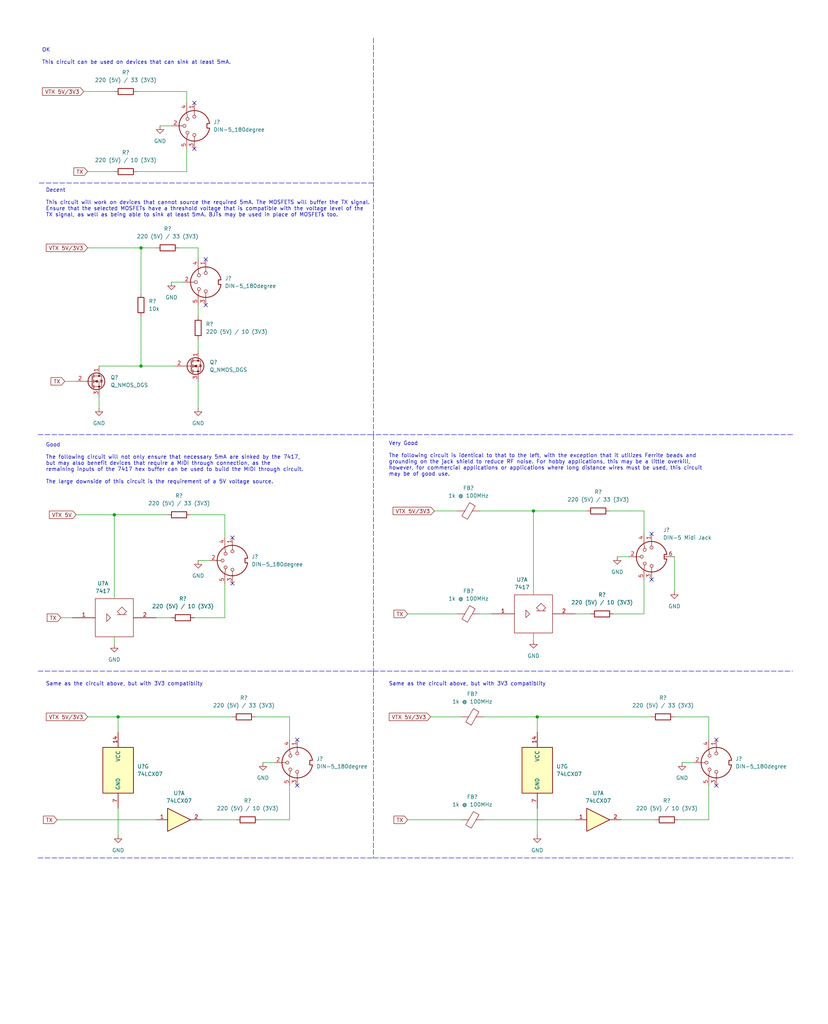
<source format=kicad_sch>
(kicad_sch (version 20211123) (generator eeschema)
  (paper "User" 275.996 340.995)
  (title_block (title "MIDI IN Template circuits ") (date "2022-08-03") (rev "v1.0.0") (company "TU-DO Makerspace") (comment 3 "Author: Patrick Pedersen <ctx.xda@gmail.com>"))
  (lib_symbols
    (symbol "74xx:74LCX07" (pin_names (offset 1.016))
      (property "Reference" "U" (at 0 1.27 0))
      (property "Value" "74LCX07" (at 0 -1.27 0))
      (symbol "74LCX07_1_0"
        (polyline (pts (xy -3.81 3.81) (xy -3.81 -3.81) (xy 3.81 0) (xy -3.81 3.81)) (stroke (width 0.254)) (fill (type background)))
        (pin input line (at -7.62 0 0) (length 3.81) (name "~") (number "1"))
        (pin open_collector line (at 7.62 0 180) (length 3.81) (name "~") (number "2"))
      )
      (symbol "74LCX07_2_0"
        (polyline (pts (xy -3.81 3.81) (xy -3.81 -3.81) (xy 3.81 0) (xy -3.81 3.81)) (stroke (width 0.254)) (fill (type background)))
        (pin input line (at -7.62 0 0) (length 3.81) (name "~") (number "3"))
        (pin open_collector line (at 7.62 0 180) (length 3.81) (name "~") (number "4"))
      )
      (symbol "74LCX07_3_0"
        (polyline (pts (xy -3.81 3.81) (xy -3.81 -3.81) (xy 3.81 0) (xy -3.81 3.81)) (stroke (width 0.254)) (fill (type background)))
        (pin input line (at -7.62 0 0) (length 3.81) (name "~") (number "5"))
        (pin open_collector line (at 7.62 0 180) (length 3.81) (name "~") (number "6"))
      )
      (symbol "74LCX07_4_0"
        (polyline (pts (xy -3.81 3.81) (xy -3.81 -3.81) (xy 3.81 0) (xy -3.81 3.81)) (stroke (width 0.254)) (fill (type background)))
        (pin open_collector line (at 7.62 0 180) (length 3.81) (name "~") (number "8"))
        (pin input line (at -7.62 0 0) (length 3.81) (name "~") (number "9"))
      )
      (symbol "74LCX07_5_0"
        (polyline (pts (xy -3.81 3.81) (xy -3.81 -3.81) (xy 3.81 0) (xy -3.81 3.81)) (stroke (width 0.254)) (fill (type background)))
        (pin open_collector line (at 7.62 0 180) (length 3.81) (name "~") (number "10"))
        (pin input line (at -7.62 0 0) (length 3.81) (name "~") (number "11"))
      )
      (symbol "74LCX07_6_0"
        (polyline (pts (xy -3.81 3.81) (xy -3.81 -3.81) (xy 3.81 0) (xy -3.81 3.81)) (stroke (width 0.254)) (fill (type background)))
        (pin open_collector line (at 7.62 0 180) (length 3.81) (name "~") (number "12"))
        (pin input line (at -7.62 0 0) (length 3.81) (name "~") (number "13"))
      )
      (symbol "74LCX07_7_0"
        (pin power_in line (at 0 12.7 270) (length 5.08) (name "VCC") (number "14"))
        (pin power_in line (at 0 -12.7 90) (length 5.08) (name "GND") (number "7"))
      )
      (symbol "74LCX07_7_1"
        (rectangle (start -5.08 7.62) (end 5.08 -7.62) (stroke (width 0.254)) (fill (type background)))
      )
    )
    (symbol "74xx_IEEE:7417" (pin_names (offset 0.762))
      (property "Reference" "U" (at 3.81 8.89 0))
      (property "Value" "7417" (at 3.81 -7.62 0))
      (symbol "7417_0_1"
        (rectangle (start -6.35 6.35) (end 6.35 -6.35))
        (polyline (pts (xy -2.54 1.27) (xy -2.54 -1.27) (xy -1.27 0) (xy -2.54 1.27) (xy -2.54 1.27)))
        (polyline (pts (xy 3.048 1.016) (xy 4.064 2.032) (xy 2.54 3.556) (xy 1.016 2.032) (xy 2.032 1.016) (xy 1.016 1.016) (xy 4.064 1.016) (xy 4.064 1.016)))
        (pin power_in line (at 0 6.35 270) (length 0) hide (name "Vcc") (number "14"))
        (pin power_in line (at 0 -6.35 90) (length 0) hide (name "Gnd") (number "7"))
      )
      (symbol "7417_1_1"
        (pin input line (at -13.97 0 0) (length 7.62) (name "~") (number "1"))
        (pin open_collector line (at 13.97 0 180) (length 7.62) (name "~") (number "2"))
      )
      (symbol "7417_2_1"
        (pin input line (at -13.97 0 0) (length 7.62) (name "~") (number "3"))
        (pin open_collector line (at 13.97 0 180) (length 7.62) (name "~") (number "4"))
      )
      (symbol "7417_3_1"
        (pin input line (at -13.97 0 0) (length 7.62) (name "~") (number "5"))
        (pin open_collector line (at 13.97 0 180) (length 7.62) (name "~") (number "6"))
      )
      (symbol "7417_4_1"
        (pin open_collector line (at 13.97 0 180) (length 7.62) (name "~") (number "8"))
        (pin input line (at -13.97 0 0) (length 7.62) (name "~") (number "9"))
      )
      (symbol "7417_5_1"
        (pin open_collector line (at 13.97 0 180) (length 7.62) (name "~") (number "10"))
        (pin input line (at -13.97 0 0) (length 7.62) (name "~") (number "11"))
      )
      (symbol "7417_6_1"
        (pin open_collector line (at 13.97 0 180) (length 7.62) (name "~") (number "12"))
        (pin input line (at -13.97 0 0) (length 7.62) (name "~") (number "13"))
      )
    )
    (symbol "Connector:DIN-5_180degree" (pin_names (offset 1.016))
      (property "Reference" "J" (at 3.175 5.715 0))
      (property "Value" "DIN-5_180degree" (at 0 -6.35 0))
      (symbol "DIN-5_180degree_0_1"
        (arc (start -5.08 0) (mid -3.8609 -3.3364) (end -0.762 -5.08) (stroke (width 0.254)))
        (circle (center -3.048 0) (radius 0.508))
        (circle (center -2.286 2.286) (radius 0.508))
        (polyline (pts (xy -5.08 0) (xy -3.556 0)))
        (polyline (pts (xy 0 5.08) (xy 0 3.81)))
        (polyline (pts (xy 5.08 0) (xy 3.556 0)))
        (polyline (pts (xy -5.08 2.54) (xy -4.318 2.54) (xy -2.794 2.286)))
        (polyline (pts (xy 5.08 2.54) (xy 4.318 2.54) (xy 2.794 2.286)))
        (polyline (pts (xy -0.762 -4.953) (xy -0.762 -4.191) (xy 0.762 -4.191) (xy 0.762 -4.953)) (stroke (width 0.254)))
        (circle (center 0 3.302) (radius 0.508))
        (arc (start 0.762 -5.08) (mid 3.8685 -3.343) (end 5.08 0) (stroke (width 0.254)))
        (circle (center 2.286 2.286) (radius 0.508))
        (circle (center 3.048 0) (radius 0.508))
        (arc (start 5.08 0) (mid 0 5.08) (end -5.08 0) (stroke (width 0.254)))
      )
      (symbol "DIN-5_180degree_1_1"
        (pin passive line (at -7.62 0 0) (length 2.54) (name "~") (number "1"))
        (pin passive line (at 0 7.62 270) (length 2.54) (name "~") (number "2"))
        (pin passive line (at 7.62 0 180) (length 2.54) (name "~") (number "3"))
        (pin passive line (at -7.62 2.54 0) (length 2.54) (name "~") (number "4"))
        (pin passive line (at 7.62 2.54 180) (length 2.54) (name "~") (number "5"))
      )
    )
    (symbol "DIN-5_180degree_1" (pin_names (offset 1.016))
      (property "Reference" "J?" (at 6.35 -1.27 90))
      (property "Value" "DIN-5 Midi Jack" (at 6.35 1.27 90))
      (symbol "DIN-5_180degree_1_0_1"
        (arc (start -5.08 0) (mid -3.8609 -3.3364) (end -0.762 -5.08) (stroke (width 0.254)))
        (circle (center -3.048 0) (radius 0.508))
        (circle (center -2.286 2.286) (radius 0.508))
        (polyline (pts (xy -5.08 0) (xy -3.556 0)))
        (polyline (pts (xy 0 -5.08) (xy 0 -4.318)))
        (polyline (pts (xy 0 5.08) (xy 0 3.81)))
        (polyline (pts (xy 5.08 0) (xy 3.556 0)))
        (polyline (pts (xy -5.08 2.54) (xy -4.318 2.54) (xy -2.794 2.286)))
        (polyline (pts (xy 5.08 2.54) (xy 4.318 2.54) (xy 2.794 2.286)))
        (polyline (pts (xy -0.762 -4.953) (xy -0.762 -4.191) (xy 0.762 -4.191) (xy 0.762 -4.953)) (stroke (width 0.254)))
        (circle (center 0 3.302) (radius 0.508))
        (arc (start 0.762 -5.08) (mid 3.8685 -3.343) (end 5.08 0) (stroke (width 0.254)))
        (circle (center 2.286 2.286) (radius 0.508))
        (circle (center 3.048 0) (radius 0.508))
        (arc (start 5.08 0) (mid 0 5.08) (end -5.08 0) (stroke (width 0.254)))
      )
      (symbol "DIN-5_180degree_1_1_1"
        (pin passive line (at -7.62 0 0) (length 2.54) (name "~") (number "1"))
        (pin passive line (at 0 7.62 270) (length 2.54) (name "~") (number "2"))
        (pin passive line (at 7.62 0 180) (length 2.54) (name "~") (number "3"))
        (pin passive line (at -7.62 2.54 0) (length 2.54) (name "~") (number "4"))
        (pin passive line (at 7.62 2.54 180) (length 2.54) (name "~") (number "5"))
        (pin input line (at 0 -7.62 90) (length 2.54) (name "") (number "6"))
      )
    )
    (symbol "Device:FerriteBead" (pin_numbers hide) (pin_names (offset 0))
      (property "Reference" "FB" (at -3.81 0.635 90))
      (property "Value" "FerriteBead" (at 3.81 0 90))
      (symbol "FerriteBead_0_1"
        (polyline (pts (xy 0 -1.27) (xy 0 -1.2192)))
        (polyline (pts (xy 0 1.27) (xy 0 1.2954)))
        (polyline (pts (xy -2.7686 0.4064) (xy -1.7018 2.2606) (xy 2.7686 -0.3048) (xy 1.6764 -2.159) (xy -2.7686 0.4064)))
      )
      (symbol "FerriteBead_1_1"
        (pin passive line (at 0 3.81 270) (length 2.54) (name "~") (number "1"))
        (pin passive line (at 0 -3.81 90) (length 2.54) (name "~") (number "2"))
      )
    )
    (symbol "Device:Q_NMOS_DGS" (pin_names (offset 0) hide)
      (property "Reference" "Q" (at 5.08 1.27 0))
      (property "Value" "Q_NMOS_DGS" (at 5.08 -1.27 0))
      (symbol "Q_NMOS_DGS_0_1"
        (polyline (pts (xy 0.254 0) (xy -2.54 0)))
        (polyline (pts (xy 0.254 1.905) (xy 0.254 -1.905)) (stroke (width 0.254)))
        (polyline (pts (xy 0.762 -1.27) (xy 0.762 -2.286)) (stroke (width 0.254)))
        (polyline (pts (xy 0.762 0.508) (xy 0.762 -0.508)) (stroke (width 0.254)))
        (polyline (pts (xy 0.762 2.286) (xy 0.762 1.27)) (stroke (width 0.254)))
        (polyline (pts (xy 2.54 2.54) (xy 2.54 1.778)))
        (polyline (pts (xy 2.54 -2.54) (xy 2.54 0) (xy 0.762 0)))
        (polyline (pts (xy 0.762 -1.778) (xy 3.302 -1.778) (xy 3.302 1.778) (xy 0.762 1.778)))
        (polyline (pts (xy 1.016 0) (xy 2.032 0.381) (xy 2.032 -0.381) (xy 1.016 0)) (fill (type outline)))
        (polyline (pts (xy 2.794 0.508) (xy 2.921 0.381) (xy 3.683 0.381) (xy 3.81 0.254)))
        (polyline (pts (xy 3.302 0.381) (xy 2.921 -0.254) (xy 3.683 -0.254) (xy 3.302 0.381)))
        (circle (center 1.651 0) (radius 2.794) (stroke (width 0.254)))
        (circle (center 2.54 -1.778) (radius 0.254) (fill (type outline)))
        (circle (center 2.54 1.778) (radius 0.254) (fill (type outline)))
      )
      (symbol "Q_NMOS_DGS_1_1"
        (pin passive line (at 2.54 5.08 270) (length 2.54) (name "D") (number "1"))
        (pin input line (at -5.08 0 0) (length 2.54) (name "G") (number "2"))
        (pin passive line (at 2.54 -5.08 90) (length 2.54) (name "S") (number "3"))
      )
    )
    (symbol "Device:R" (pin_numbers hide) (pin_names (offset 0))
      (property "Reference" "R" (at 2.032 0 90))
      (property "Value" "R" (at 0 0 90))
      (symbol "R_0_1"
        (rectangle (start -1.016 -2.54) (end 1.016 2.54) (stroke (width 0.254)))
      )
      (symbol "R_1_1"
        (pin passive line (at 0 3.81 270) (length 1.27) (name "~") (number "1"))
        (pin passive line (at 0 -3.81 90) (length 1.27) (name "~") (number "2"))
      )
    )
    (symbol "power:GND" (power) (pin_names (offset 0))
      (property "Value" "GND" (at 0 -3.81 0))
      (symbol "GND_0_1"
        (polyline (pts (xy 0 0) (xy 0 -1.27) (xy 1.27 -1.27) (xy 0 -2.54) (xy -1.27 -1.27) (xy 0 -1.27)))
      )
      (symbol "GND_1_1"
        (pin power_in line (at 0 0 270) (length 0) hide (name "GND") (number "1"))
      )
    )
  )
  (junction (at 39.37 238.76))
  (junction (at 46.99 121.92))
  (junction (at 38.1 171.45))
  (junction (at 177.8 170.18))
  (junction (at 179.07 238.76))
  (junction (at 46.99 82.55))
  (no_connect (at 217.17 177.8))
  (no_connect (at 238.76 261.62))
  (no_connect (at 238.76 246.38))
  (no_connect (at 99.06 261.62))
  (no_connect (at 77.47 194.31))
  (no_connect (at 99.06 246.38))
  (no_connect (at 217.17 193.04))
  (no_connect (at 77.47 179.07))
  (no_connect (at 68.58 101.6))
  (no_connect (at 64.77 34.29))
  (no_connect (at 68.58 86.36))
  (no_connect (at 64.77 49.53))
  (wire (pts (xy 39.37 238.76) (xy 77.47 238.76)))
  (polyline (pts (xy 124.46 144.78) (xy 124.46 223.52)))
  (wire (pts (xy 236.22 273.05) (xy 236.22 261.62)))
  (wire (pts (xy 179.07 269.24) (xy 179.07 278.13)))
  (wire (pts (xy 33.02 132.08) (xy 33.02 135.89)))
  (polyline (pts (xy 12.7 144.78) (xy 124.46 144.78)))
  (wire (pts (xy 27.94 30.48) (xy 38.1 30.48)))
  (wire (pts (xy 74.93 171.45) (xy 74.93 179.07)))
  (wire (pts (xy 38.1 171.45) (xy 38.1 199.39)))
  (wire (pts (xy 205.74 185.42) (xy 209.55 185.42)))
  (polyline (pts (xy 12.7 285.75) (xy 124.46 285.75)))
  (wire (pts (xy 226.06 273.05) (xy 236.22 273.05)))
  (wire (pts (xy 85.09 238.76) (xy 96.52 238.76)))
  (wire (pts (xy 21.59 127) (xy 25.4 127)))
  (wire (pts (xy 39.37 238.76) (xy 39.37 243.84)))
  (polyline (pts (xy 124.46 223.52) (xy 124.46 285.75)))
  (wire (pts (xy 87.63 254) (xy 91.44 254)))
  (wire (pts (xy 46.99 121.92) (xy 58.42 121.92)))
  (wire (pts (xy 20.32 205.74) (xy 24.13 205.74)))
  (wire (pts (xy 53.34 41.91) (xy 57.15 41.91)))
  (wire (pts (xy 143.51 238.76) (xy 153.67 238.76)))
  (wire (pts (xy 236.22 238.76) (xy 236.22 246.38)))
  (wire (pts (xy 66.04 101.6) (xy 66.04 105.41)))
  (wire (pts (xy 214.63 170.18) (xy 214.63 177.8)))
  (wire (pts (xy 45.72 57.15) (xy 62.23 57.15)))
  (wire (pts (xy 52.07 205.74) (xy 57.15 205.74)))
  (wire (pts (xy 62.23 30.48) (xy 62.23 34.29)))
  (wire (pts (xy 207.01 273.05) (xy 218.44 273.05)))
  (wire (pts (xy 66.04 186.69) (xy 69.85 186.69)))
  (polyline (pts (xy 124.46 285.75) (xy 264.16 285.75)))
  (wire (pts (xy 227.33 254) (xy 231.14 254)))
  (wire (pts (xy 29.21 82.55) (xy 46.99 82.55)))
  (wire (pts (xy 96.52 273.05) (xy 96.52 261.62)))
  (wire (pts (xy 179.07 238.76) (xy 179.07 243.84)))
  (wire (pts (xy 46.99 82.55) (xy 46.99 97.79)))
  (wire (pts (xy 63.5 171.45) (xy 74.93 171.45)))
  (wire (pts (xy 29.21 57.15) (xy 38.1 57.15)))
  (wire (pts (xy 96.52 238.76) (xy 96.52 246.38)))
  (wire (pts (xy 177.8 170.18) (xy 177.8 198.12)))
  (wire (pts (xy 135.89 273.05) (xy 153.67 273.05)))
  (wire (pts (xy 59.69 82.55) (xy 66.04 82.55)))
  (wire (pts (xy 67.31 273.05) (xy 78.74 273.05)))
  (wire (pts (xy 204.47 204.47) (xy 214.63 204.47)))
  (wire (pts (xy 177.8 210.82) (xy 177.8 213.36)))
  (wire (pts (xy 46.99 105.41) (xy 46.99 121.92)))
  (wire (pts (xy 64.77 205.74) (xy 74.93 205.74)))
  (wire (pts (xy 135.89 204.47) (xy 152.4 204.47)))
  (wire (pts (xy 33.02 121.92) (xy 46.99 121.92)))
  (wire (pts (xy 29.21 238.76) (xy 39.37 238.76)))
  (wire (pts (xy 161.29 238.76) (xy 179.07 238.76)))
  (polyline (pts (xy 124.46 63.5) (xy 124.46 144.78)))
  (wire (pts (xy 191.77 204.47) (xy 196.85 204.47)))
  (wire (pts (xy 177.8 170.18) (xy 195.58 170.18)))
  (wire (pts (xy 144.78 170.18) (xy 152.4 170.18)))
  (wire (pts (xy 161.29 273.05) (xy 191.77 273.05)))
  (wire (pts (xy 39.37 269.24) (xy 39.37 278.13)))
  (wire (pts (xy 203.2 170.18) (xy 214.63 170.18)))
  (polyline (pts (xy 12.7 223.52) (xy 124.46 223.52)))
  (polyline (pts (xy 124.46 12.7) (xy 124.46 63.5)))
  (wire (pts (xy 38.1 171.45) (xy 55.88 171.45)))
  (wire (pts (xy 46.99 82.55) (xy 52.07 82.55)))
  (wire (pts (xy 86.36 273.05) (xy 96.52 273.05)))
  (wire (pts (xy 45.72 30.48) (xy 62.23 30.48)))
  (polyline (pts (xy 124.46 223.52) (xy 264.16 223.52)))
  (wire (pts (xy 19.05 273.05) (xy 52.07 273.05)))
  (wire (pts (xy 160.02 204.47) (xy 163.83 204.47)))
  (wire (pts (xy 66.04 127) (xy 66.04 135.89)))
  (wire (pts (xy 57.15 93.98) (xy 60.96 93.98)))
  (polyline (pts (xy 264.16 144.78) (xy 124.46 144.78)))
  (wire (pts (xy 66.04 113.03) (xy 66.04 116.84)))
  (wire (pts (xy 179.07 238.76) (xy 217.17 238.76)))
  (wire (pts (xy 25.4 171.45) (xy 38.1 171.45)))
  (polyline (pts (xy 124.46 60.96) (xy 12.7 60.96)))
  (wire (pts (xy 74.93 205.74) (xy 74.93 194.31)))
  (wire (pts (xy 224.79 185.42) (xy 224.79 196.85)))
  (wire (pts (xy 66.04 82.55) (xy 66.04 86.36)))
  (wire (pts (xy 224.79 238.76) (xy 236.22 238.76)))
  (wire (pts (xy 62.23 49.53) (xy 62.23 57.15)))
  (wire (pts (xy 214.63 204.47) (xy 214.63 193.04)))
  (wire (pts (xy 38.1 212.09) (xy 38.1 214.63)))
  (wire (pts (xy 160.02 170.18) (xy 177.8 170.18)))
  (text "Decent\n\nThis circuit will work on devices that cannot source the required 5mA. The MOSFETS will buffer the TX signal.\nEnsure that the selected MOSFETs have a threshold voltage that is compatible with the voltage level of the\nTX signal, as well as being able to sink at least 5mA. BJTs may be used in place of MOSFETs too." (at 15.24 72.39 0) (effects (font (size 1.27 1.27)) (justify left bottom)))
  (text "Same as the circuit above, but with 3V3 compatiblity" (at 129.54 228.6 0) (effects (font (size 1.27 1.27)) (justify left bottom)))
  (text "Good\n\nThe following circuit will not only ensure that necessary 5mA are sinked by the 7417,\nbut may also benefit devices that require a MIDI through connection, as the\nremaining inputs of the 7417 hex buffer can be used to build the MIDI through circuit.\n\nThe large downside of this circuit is the requirement of a 5V voltage source.\n" (at 15.24 161.29 0) (effects (font (size 1.27 1.27)) (justify left bottom)))
  (text "Very Good\n\nThe following circuit is identical to that to the left, with the exception that it utilizes Ferrite beads and \ngrounding on the jack shield to reduce RF noise. For hobby applications, this may be a little overkill,\nhowever, for commercial applications or applications where long distance wires must be used, this circuit\nmay be of good use." (at 129.54 158.75 0) (effects (font (size 1.27 1.27)) (justify left bottom)))
  (text "OK\n\nThis circuit can be used on devices that can sink at least 5mA." (at 13.97 21.59 0) (effects (font (size 1.27 1.27)) (justify left bottom)))
  (text "Same as the circuit above, but with 3V3 compatiblity" (at 15.24 228.6 0) (effects (font (size 1.27 1.27)) (justify left bottom)))
  (global_label "VTX 5V{slash}3V3" (shape input) (at 29.21 82.55 180) (property "Intersheet References" "${INTERSHEET_REFS}" (effects hide)))
  (global_label "TX" (shape input) (at 135.89 273.05 180) (property "Intersheet References" "${INTERSHEET_REFS}" (effects hide)))
  (global_label "VTX 5V{slash}3V3" (shape input) (at 143.51 238.76 180) (property "Intersheet References" "${INTERSHEET_REFS}" (effects hide)))
  (global_label "TX" (shape input) (at 29.21 57.15 180) (property "Intersheet References" "${INTERSHEET_REFS}" (effects hide)))
  (global_label "TX" (shape input) (at 19.05 273.05 180) (property "Intersheet References" "${INTERSHEET_REFS}" (effects hide)))
  (global_label "TX" (shape input) (at 135.89 204.47 180) (property "Intersheet References" "${INTERSHEET_REFS}" (effects hide)))
  (global_label "VTX 5V{slash}3V3" (shape input) (at 27.94 30.48 180) (property "Intersheet References" "${INTERSHEET_REFS}" (effects hide)))
  (global_label "VTX 5V{slash}3V3" (shape input) (at 29.21 238.76 180) (property "Intersheet References" "${INTERSHEET_REFS}" (effects hide)))
  (global_label "VTX 5V{slash}3V3" (shape input) (at 144.78 170.18 180) (property "Intersheet References" "${INTERSHEET_REFS}" (effects hide)))
  (global_label "TX" (shape input) (at 20.32 205.74 180) (property "Intersheet References" "${INTERSHEET_REFS}" (effects hide)))
  (global_label "TX" (shape input) (at 21.59 127 180) (property "Intersheet References" "${INTERSHEET_REFS}" (effects hide)))
  (global_label "VTX 5V" (shape input) (at 25.4 171.45 180) (property "Intersheet References" "${INTERSHEET_REFS}" (effects hide)))
  (symbol (lib_id "power:GND") (at 33.02 135.89 0) (unit 1)
    (property "Reference" "#PWR?" (effects hide))
    (property "Value" "GND" (at 33.02 140.97 0))
  )
  (symbol (lib_id "power:GND") (at 227.33 254 0) (unit 1)
    (property "Reference" "#PWR?" (effects hide))
    (property "Value" "GND" (at 227.33 259.08 0))
  )
  (symbol (lib_id "74xx_IEEE:7417") (at 38.1 205.74 0) (unit 1)
    (property "Reference" "U?" (at 34.29 194.31 0))
    (property "Value" "7417" (at 34.29 196.85 0))
  )
  (symbol (lib_id "Connector:DIN-5_180degree") (at 64.77 41.91 90) (mirror x) (unit 1)
    (property "Reference" "J?" (at 71.12 40.64 90) (effects (justify right)))
    (property "Value" "DIN-5_180degree" (at 71.12 43.18 90) (effects (justify right)))
    (property "Datasheet" "http://www.mouser.com/ds/2/18/40_c091_abd_e-75918.pdf" (effects hide))
  )
  (symbol (lib_name "DIN-5_180degree_1") (lib_id "Connector:DIN-5_180degree") (at 217.17 185.42 90) (mirror x) (unit 1)
    (property "Reference" "J?" (at 220.98 176.53 90) (effects (justify right)))
    (property "Value" "DIN-5 Midi Jack" (at 220.98 179.07 90) (effects (justify right)))
    (property "Datasheet" "http://www.mouser.com/ds/2/18/40_c091_abd_e-75918.pdf" (effects hide))
  )
  (symbol (lib_id "Connector:DIN-5_180degree") (at 99.06 254 90) (mirror x) (unit 1)
    (property "Reference" "J?" (at 105.41 252.73 90) (effects (justify right)))
    (property "Value" "DIN-5_180degree" (at 105.41 255.27 90) (effects (justify right)))
    (property "Datasheet" "http://www.mouser.com/ds/2/18/40_c091_abd_e-75918.pdf" (effects hide))
  )
  (symbol (lib_id "Device:Q_NMOS_DGS") (at 63.5 121.92 0) (unit 1)
    (property "Reference" "Q?" (at 69.85 120.6499 0) (effects (justify left)))
    (property "Value" "Q_NMOS_DGS" (at 69.85 123.1899 0) (effects (justify left)))
  )
  (symbol (lib_id "Device:R") (at 220.98 238.76 90) (unit 1)
    (property "Reference" "R?" (at 220.98 232.41 90))
    (property "Value" "220 (5V) / 33 (3V3)" (at 220.98 234.95 90))
  )
  (symbol (lib_id "Device:R") (at 222.25 273.05 90) (unit 1)
    (property "Reference" "R?" (at 222.25 266.7 90))
    (property "Value" "220 (5V) / 10 (3V3)" (at 222.25 269.24 90))
  )
  (symbol (lib_id "power:GND") (at 177.8 213.36 0) (unit 1)
    (property "Reference" "#PWR?" (effects hide))
    (property "Value" "GND" (at 177.8 218.44 0))
  )
  (symbol (lib_id "power:GND") (at 87.63 254 0) (unit 1)
    (property "Reference" "#PWR?" (effects hide))
    (property "Value" "GND" (at 87.63 259.08 0))
  )
  (symbol (lib_id "Connector:DIN-5_180degree") (at 238.76 254 90) (mirror x) (unit 1)
    (property "Reference" "J?" (at 245.11 252.73 90) (effects (justify right)))
    (property "Value" "DIN-5_180degree" (at 245.11 255.27 90) (effects (justify right)))
    (property "Datasheet" "http://www.mouser.com/ds/2/18/40_c091_abd_e-75918.pdf" (effects hide))
  )
  (symbol (lib_id "power:GND") (at 38.1 214.63 0) (unit 1)
    (property "Reference" "#PWR?" (effects hide))
    (property "Value" "GND" (at 38.1 219.71 0))
  )
  (symbol (lib_id "power:GND") (at 53.34 41.91 0) (unit 1)
    (property "Reference" "#PWR?" (effects hide))
    (property "Value" "GND" (at 53.34 46.99 0))
  )
  (symbol (lib_id "Device:FerriteBead") (at 157.48 238.76 90) (unit 1)
    (property "Reference" "FB?" (at 157.4292 231.14 90))
    (property "Value" "1k @ 100MHz" (at 157.4292 233.68 90))
  )
  (symbol (lib_id "Device:Q_NMOS_DGS") (at 30.48 127 0) (unit 1)
    (property "Reference" "Q?" (at 36.83 125.7299 0) (effects (justify left)))
    (property "Value" "Q_NMOS_DGS" (at 36.83 128.2699 0) (effects (justify left)))
  )
  (symbol (lib_id "Device:R") (at 199.39 170.18 90) (unit 1)
    (property "Reference" "R?" (at 199.39 163.83 90))
    (property "Value" "220 (5V) / 33 (3V3)" (at 199.39 166.37 90))
  )
  (symbol (lib_id "Device:FerriteBead") (at 156.21 170.18 90) (unit 1)
    (property "Reference" "FB?" (at 156.1592 162.56 90))
    (property "Value" "1k @ 100MHz" (at 156.1592 165.1 90))
  )
  (symbol (lib_id "74xx_IEEE:7417") (at 177.8 204.47 0) (unit 1)
    (property "Reference" "U?" (at 173.99 193.04 0))
    (property "Value" "7417" (at 173.99 195.58 0))
  )
  (symbol (lib_id "power:GND") (at 66.04 135.89 0) (unit 1)
    (property "Reference" "#PWR?" (effects hide))
    (property "Value" "GND" (at 66.04 140.97 0))
  )
  (symbol (lib_id "Device:R") (at 59.69 171.45 90) (unit 1)
    (property "Reference" "R?" (at 59.69 165.1 90))
    (property "Value" "220 (5V) / 33 (3V3)" (at 59.69 167.64 90))
  )
  (symbol (lib_id "Connector:DIN-5_180degree") (at 68.58 93.98 90) (mirror x) (unit 1)
    (property "Reference" "J?" (at 74.93 92.71 90) (effects (justify right)))
    (property "Value" "DIN-5_180degree" (at 74.93 95.25 90) (effects (justify right)))
    (property "Datasheet" "http://www.mouser.com/ds/2/18/40_c091_abd_e-75918.pdf" (effects hide))
  )
  (symbol (lib_id "power:GND") (at 179.07 278.13 0) (unit 1)
    (property "Reference" "#PWR?" (effects hide))
    (property "Value" "GND" (at 179.07 283.21 0))
  )
  (symbol (lib_id "74xx:74LCX07") (at 59.69 273.05 0) (unit 1)
    (property "Reference" "U?" (at 59.69 264.16 0))
    (property "Value" "74LCX07" (at 59.69 266.7 0))
    (property "Datasheet" "www.st.com/resource/en/datasheet/74lcx07.pdf" (effects hide))
  )
  (symbol (lib_id "Device:R") (at 46.99 101.6 180) (unit 1)
    (property "Reference" "R?" (at 49.53 100.3299 0) (effects (justify right)))
    (property "Value" "10k" (at 49.53 102.8699 0) (effects (justify right)))
  )
  (symbol (lib_id "Device:R") (at 81.28 238.76 90) (unit 1)
    (property "Reference" "R?" (at 81.28 232.41 90))
    (property "Value" "220 (5V) / 33 (3V3)" (at 81.28 234.95 90))
  )
  (symbol (lib_id "power:GND") (at 57.15 93.98 0) (unit 1)
    (property "Reference" "#PWR?" (effects hide))
    (property "Value" "GND" (at 57.15 99.06 0))
  )
  (symbol (lib_id "Device:R") (at 60.96 205.74 90) (unit 1)
    (property "Reference" "R?" (at 60.96 199.39 90))
    (property "Value" "220 (5V) / 10 (3V3)" (at 60.96 201.93 90))
  )
  (symbol (lib_id "power:GND") (at 66.04 186.69 0) (unit 1)
    (property "Reference" "#PWR?" (effects hide))
    (property "Value" "GND" (at 66.04 191.77 0))
  )
  (symbol (lib_id "Device:R") (at 41.91 57.15 90) (unit 1)
    (property "Reference" "R?" (at 41.91 50.8 90))
    (property "Value" "220 (5V) / 10 (3V3)" (at 41.91 53.34 90))
  )
  (symbol (lib_id "Device:R") (at 200.66 204.47 90) (unit 1)
    (property "Reference" "R?" (at 200.66 198.12 90))
    (property "Value" "220 (5V) / 10 (3V3)" (at 200.66 200.66 90))
  )
  (symbol (lib_id "74xx:74LCX07") (at 39.37 256.54 0) (unit 7)
    (property "Reference" "U?" (at 45.72 255.2699 0) (effects (justify left)))
    (property "Value" "74LCX07" (at 45.72 257.8099 0) (effects (justify left)))
    (property "Datasheet" "www.st.com/resource/en/datasheet/74lcx07.pdf" (effects hide))
  )
  (symbol (lib_id "Device:R") (at 66.04 109.22 0) (unit 1)
    (property "Reference" "R?" (at 68.58 107.9499 0) (effects (justify left)))
    (property "Value" "220 (5V) / 10 (3V3)" (at 68.58 110.4899 0) (effects (justify left)))
  )
  (symbol (lib_id "Connector:DIN-5_180degree") (at 77.47 186.69 90) (mirror x) (unit 1)
    (property "Reference" "J?" (at 83.82 185.42 90) (effects (justify right)))
    (property "Value" "DIN-5_180degree" (at 83.82 187.96 90) (effects (justify right)))
    (property "Datasheet" "http://www.mouser.com/ds/2/18/40_c091_abd_e-75918.pdf" (effects hide))
  )
  (symbol (lib_id "Device:FerriteBead") (at 157.48 273.05 90) (unit 1)
    (property "Reference" "FB?" (at 157.4292 265.43 90))
    (property "Value" "1k @ 100MHz" (at 157.4292 267.97 90))
  )
  (symbol (lib_id "power:GND") (at 39.37 278.13 0) (unit 1)
    (property "Reference" "#PWR?" (effects hide))
    (property "Value" "GND" (at 39.37 283.21 0))
  )
  (symbol (lib_id "Device:R") (at 82.55 273.05 90) (unit 1)
    (property "Reference" "R?" (at 82.55 266.7 90))
    (property "Value" "220 (5V) / 10 (3V3)" (at 82.55 269.24 90))
  )
  (symbol (lib_id "74xx:74LCX07") (at 179.07 256.54 0) (unit 7)
    (property "Reference" "U?" (at 185.42 255.2699 0) (effects (justify left)))
    (property "Value" "74LCX07" (at 185.42 257.8099 0) (effects (justify left)))
    (property "Datasheet" "www.st.com/resource/en/datasheet/74lcx07.pdf" (effects hide))
  )
  (symbol (lib_id "Device:R") (at 55.88 82.55 90) (unit 1)
    (property "Reference" "R?" (at 55.88 76.2 90))
    (property "Value" "220 (5V) / 33 (3V3)" (at 55.88 78.74 90))
  )
  (symbol (lib_id "power:GND") (at 205.74 185.42 0) (unit 1)
    (property "Reference" "#PWR?" (effects hide))
    (property "Value" "GND" (at 205.74 190.5 0))
  )
  (symbol (lib_id "74xx:74LCX07") (at 199.39 273.05 0) (unit 1)
    (property "Reference" "U?" (at 199.39 264.16 0))
    (property "Value" "74LCX07" (at 199.39 266.7 0))
    (property "Datasheet" "www.st.com/resource/en/datasheet/74lcx07.pdf" (effects hide))
  )
  (symbol (lib_id "power:GND") (at 224.79 196.85 0) (unit 1)
    (property "Reference" "#PWR?" (effects hide))
    (property "Value" "GND" (at 224.79 201.93 0))
  )
  (symbol (lib_id "Device:FerriteBead") (at 156.21 204.47 90) (unit 1)
    (property "Reference" "FB?" (at 156.1592 196.85 90))
    (property "Value" "1k @ 100MHz" (at 156.1592 199.39 90))
  )
  (symbol (lib_id "Device:R") (at 41.91 30.48 90) (unit 1)
    (property "Reference" "R?" (at 41.91 24.13 90))
    (property "Value" "220 (5V) / 33 (3V3)" (at 41.91 26.67 90))
  )
)
</source>
